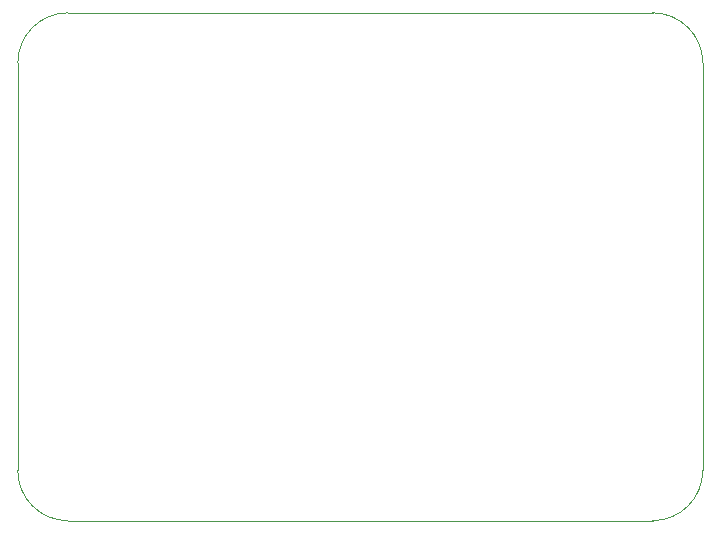
<source format=gbr>
%TF.GenerationSoftware,KiCad,Pcbnew,9.0.0*%
%TF.CreationDate,2025-10-11T17:51:42-05:00*%
%TF.ProjectId,LeaderSOM,4c656164-6572-4534-9f4d-2e6b69636164,rev?*%
%TF.SameCoordinates,Original*%
%TF.FileFunction,Profile,NP*%
%FSLAX46Y46*%
G04 Gerber Fmt 4.6, Leading zero omitted, Abs format (unit mm)*
G04 Created by KiCad (PCBNEW 9.0.0) date 2025-10-11 17:51:42*
%MOMM*%
%LPD*%
G01*
G04 APERTURE LIST*
%TA.AperFunction,Profile*%
%ADD10C,0.100000*%
%TD*%
G04 APERTURE END LIST*
D10*
X188750000Y-78000000D02*
G75*
G02*
X193000000Y-82250000I0J-4250000D01*
G01*
X139250000Y-78000000D02*
X188750000Y-78000000D01*
X135000000Y-82250000D02*
G75*
G02*
X139250000Y-78000000I4250000J0D01*
G01*
X193000000Y-116750000D02*
G75*
G02*
X188750000Y-121000000I-4250000J0D01*
G01*
X193000000Y-116750000D02*
X193000000Y-82250000D01*
X135000000Y-82250000D02*
X135000000Y-116750000D01*
X139250000Y-121000000D02*
X188750000Y-121000000D01*
X139250000Y-121000000D02*
G75*
G02*
X135000000Y-116750000I0J4250000D01*
G01*
M02*

</source>
